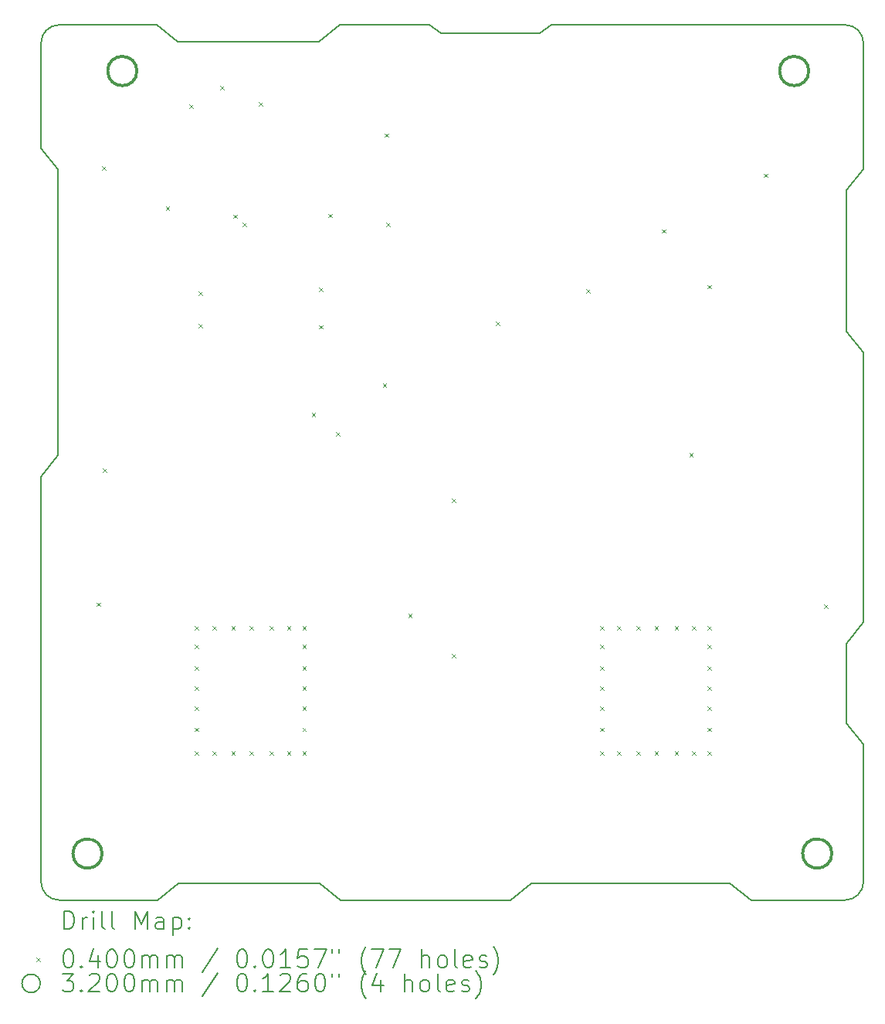
<source format=gbr>
%TF.GenerationSoftware,KiCad,Pcbnew,7.0.8*%
%TF.CreationDate,2024-04-09T22:45:55-07:00*%
%TF.ProjectId,MPPT_addon_board,4d505054-5f61-4646-946f-6e5f626f6172,rev?*%
%TF.SameCoordinates,Original*%
%TF.FileFunction,Drillmap*%
%TF.FilePolarity,Positive*%
%FSLAX45Y45*%
G04 Gerber Fmt 4.5, Leading zero omitted, Abs format (unit mm)*
G04 Created by KiCad (PCBNEW 7.0.8) date 2024-04-09 22:45:55*
%MOMM*%
%LPD*%
G01*
G04 APERTURE LIST*
%ADD10C,0.150000*%
%ADD11C,0.200000*%
%ADD12C,0.040000*%
%ADD13C,0.320000*%
G04 APERTURE END LIST*
D10*
X18849365Y-5450695D02*
X18850635Y-6829305D01*
X15209935Y-14652505D02*
X14976255Y-14840465D01*
X18662675Y-7062985D02*
X18662675Y-8607305D01*
X18849365Y-5450695D02*
G75*
G03*
X18649365Y-5250695I-199995J5D01*
G01*
X12886715Y-14652505D02*
X13120395Y-14840465D01*
X14091865Y-5250695D02*
X13110595Y-5248785D01*
X18850635Y-13133585D02*
X18849365Y-14639195D01*
X18649365Y-5250695D02*
X15426365Y-5251695D01*
X11098915Y-5250805D02*
X10032365Y-5250695D01*
X18662675Y-12031225D02*
X18662675Y-12899905D01*
X14219865Y-5340595D02*
X14091865Y-5250695D01*
X17383145Y-14652505D02*
X17618755Y-14839195D01*
X18662675Y-8607305D02*
X18850635Y-8840985D01*
X9832775Y-10202625D02*
X9832365Y-14639195D01*
X9832365Y-5450695D02*
X9831775Y-6600105D01*
X18662675Y-7062985D02*
X18850635Y-6829305D01*
X11342395Y-14652505D02*
X11108715Y-14840465D01*
X11332595Y-5438765D02*
X12876915Y-5438765D01*
X18662675Y-12899905D02*
X18850635Y-13133585D01*
X12876915Y-5438765D02*
X13110595Y-5248785D01*
X10021755Y-6833785D02*
X9831775Y-6600105D01*
X15426365Y-5251695D02*
X15299365Y-5340595D01*
X11332595Y-5438765D02*
X11098915Y-5250805D01*
X10032365Y-5250695D02*
G75*
G03*
X9832365Y-5450695I-5J-199995D01*
G01*
X10020735Y-9968945D02*
X10021755Y-6833785D01*
X13120395Y-14840465D02*
X14976255Y-14840465D01*
X18850635Y-8840985D02*
X18850635Y-11797545D01*
X18662675Y-12031225D02*
X18850635Y-11797545D01*
X15299365Y-5340595D02*
X14219865Y-5340595D01*
X9832365Y-14639195D02*
G75*
G03*
X10032365Y-14839195I199995J-5D01*
G01*
X12886715Y-14652505D02*
X11342395Y-14652505D01*
X11108715Y-14840465D02*
X10032365Y-14839195D01*
X18649365Y-14839195D02*
X17618755Y-14839195D01*
X17383145Y-14652505D02*
X15209935Y-14652505D01*
X10020735Y-9968945D02*
X9832775Y-10202625D01*
X18649365Y-14839195D02*
G75*
G03*
X18849365Y-14639195I5J199995D01*
G01*
D11*
D12*
X10440000Y-11580000D02*
X10480000Y-11620000D01*
X10480000Y-11580000D02*
X10440000Y-11620000D01*
X10500000Y-6800000D02*
X10540000Y-6840000D01*
X10540000Y-6800000D02*
X10500000Y-6840000D01*
X10510000Y-10110000D02*
X10550000Y-10150000D01*
X10550000Y-10110000D02*
X10510000Y-10150000D01*
X11200000Y-7240000D02*
X11240000Y-7280000D01*
X11240000Y-7240000D02*
X11200000Y-7280000D01*
X11460000Y-6120000D02*
X11500000Y-6160000D01*
X11500000Y-6120000D02*
X11460000Y-6160000D01*
X11520000Y-11840000D02*
X11560000Y-11880000D01*
X11560000Y-11840000D02*
X11520000Y-11880000D01*
X11520000Y-12040000D02*
X11560000Y-12080000D01*
X11560000Y-12040000D02*
X11520000Y-12080000D01*
X11520000Y-12280000D02*
X11560000Y-12320000D01*
X11560000Y-12280000D02*
X11520000Y-12320000D01*
X11520000Y-12500000D02*
X11560000Y-12540000D01*
X11560000Y-12500000D02*
X11520000Y-12540000D01*
X11520000Y-12720000D02*
X11560000Y-12760000D01*
X11560000Y-12720000D02*
X11520000Y-12760000D01*
X11520000Y-12950000D02*
X11560000Y-12990000D01*
X11560000Y-12950000D02*
X11520000Y-12990000D01*
X11520000Y-13210000D02*
X11560000Y-13250000D01*
X11560000Y-13210000D02*
X11520000Y-13250000D01*
X11560000Y-8170000D02*
X11600000Y-8210000D01*
X11600000Y-8170000D02*
X11560000Y-8210000D01*
X11560000Y-8530000D02*
X11600000Y-8570000D01*
X11600000Y-8530000D02*
X11560000Y-8570000D01*
X11710000Y-11840000D02*
X11750000Y-11880000D01*
X11750000Y-11840000D02*
X11710000Y-11880000D01*
X11710000Y-13210000D02*
X11750000Y-13250000D01*
X11750000Y-13210000D02*
X11710000Y-13250000D01*
X11800000Y-5920000D02*
X11840000Y-5960000D01*
X11840000Y-5920000D02*
X11800000Y-5960000D01*
X11920000Y-11840000D02*
X11960000Y-11880000D01*
X11960000Y-11840000D02*
X11920000Y-11880000D01*
X11920000Y-13210000D02*
X11960000Y-13250000D01*
X11960000Y-13210000D02*
X11920000Y-13250000D01*
X11940000Y-7330050D02*
X11980000Y-7370050D01*
X11980000Y-7330050D02*
X11940000Y-7370050D01*
X12045000Y-7420000D02*
X12085000Y-7460000D01*
X12085000Y-7420000D02*
X12045000Y-7460000D01*
X12120000Y-11840000D02*
X12160000Y-11880000D01*
X12160000Y-11840000D02*
X12120000Y-11880000D01*
X12120000Y-13210000D02*
X12160000Y-13250000D01*
X12160000Y-13210000D02*
X12120000Y-13250000D01*
X12220000Y-6100000D02*
X12260000Y-6140000D01*
X12260000Y-6100000D02*
X12220000Y-6140000D01*
X12340000Y-11840000D02*
X12380000Y-11880000D01*
X12380000Y-11840000D02*
X12340000Y-11880000D01*
X12340000Y-13210000D02*
X12380000Y-13250000D01*
X12380000Y-13210000D02*
X12340000Y-13250000D01*
X12530000Y-11840000D02*
X12570000Y-11880000D01*
X12570000Y-11840000D02*
X12530000Y-11880000D01*
X12530000Y-13210000D02*
X12570000Y-13250000D01*
X12570000Y-13210000D02*
X12530000Y-13250000D01*
X12700000Y-11840000D02*
X12740000Y-11880000D01*
X12740000Y-11840000D02*
X12700000Y-11880000D01*
X12700000Y-12040000D02*
X12740000Y-12080000D01*
X12740000Y-12040000D02*
X12700000Y-12080000D01*
X12700000Y-12280000D02*
X12740000Y-12320000D01*
X12740000Y-12280000D02*
X12700000Y-12320000D01*
X12700000Y-12500000D02*
X12740000Y-12540000D01*
X12740000Y-12500000D02*
X12700000Y-12540000D01*
X12700000Y-12720000D02*
X12740000Y-12760000D01*
X12740000Y-12720000D02*
X12700000Y-12760000D01*
X12700000Y-12950000D02*
X12740000Y-12990000D01*
X12740000Y-12950000D02*
X12700000Y-12990000D01*
X12700000Y-13210000D02*
X12740000Y-13250000D01*
X12740000Y-13210000D02*
X12700000Y-13250000D01*
X12800000Y-9500000D02*
X12840000Y-9540000D01*
X12840000Y-9500000D02*
X12800000Y-9540000D01*
X12880000Y-8130000D02*
X12920000Y-8170000D01*
X12920000Y-8130000D02*
X12880000Y-8170000D01*
X12880000Y-8540000D02*
X12920000Y-8580000D01*
X12920000Y-8540000D02*
X12880000Y-8580000D01*
X12980000Y-7320000D02*
X13020000Y-7360000D01*
X13020000Y-7320000D02*
X12980000Y-7360000D01*
X13070000Y-9710000D02*
X13110000Y-9750000D01*
X13110000Y-9710000D02*
X13070000Y-9750000D01*
X13580000Y-9180000D02*
X13620000Y-9220000D01*
X13620000Y-9180000D02*
X13580000Y-9220000D01*
X13600000Y-6440000D02*
X13640000Y-6480000D01*
X13640000Y-6440000D02*
X13600000Y-6480000D01*
X13620000Y-7420000D02*
X13660000Y-7460000D01*
X13660000Y-7420000D02*
X13620000Y-7460000D01*
X13860000Y-11700000D02*
X13900000Y-11740000D01*
X13900000Y-11700000D02*
X13860000Y-11740000D01*
X14340000Y-10440000D02*
X14380000Y-10480000D01*
X14380000Y-10440000D02*
X14340000Y-10480000D01*
X14340000Y-12140000D02*
X14380000Y-12180000D01*
X14380000Y-12140000D02*
X14340000Y-12180000D01*
X14820000Y-8500000D02*
X14860000Y-8540000D01*
X14860000Y-8500000D02*
X14820000Y-8540000D01*
X15807500Y-8147500D02*
X15847500Y-8187500D01*
X15847500Y-8147500D02*
X15807500Y-8187500D01*
X15960000Y-11840000D02*
X16000000Y-11880000D01*
X16000000Y-11840000D02*
X15960000Y-11880000D01*
X15960000Y-12040000D02*
X16000000Y-12080000D01*
X16000000Y-12040000D02*
X15960000Y-12080000D01*
X15960000Y-12280000D02*
X16000000Y-12320000D01*
X16000000Y-12280000D02*
X15960000Y-12320000D01*
X15960000Y-12500000D02*
X16000000Y-12540000D01*
X16000000Y-12500000D02*
X15960000Y-12540000D01*
X15960000Y-12720000D02*
X16000000Y-12760000D01*
X16000000Y-12720000D02*
X15960000Y-12760000D01*
X15960000Y-12950000D02*
X16000000Y-12990000D01*
X16000000Y-12950000D02*
X15960000Y-12990000D01*
X15960000Y-13210000D02*
X16000000Y-13250000D01*
X16000000Y-13210000D02*
X15960000Y-13250000D01*
X16150000Y-11840000D02*
X16190000Y-11880000D01*
X16190000Y-11840000D02*
X16150000Y-11880000D01*
X16150000Y-13210000D02*
X16190000Y-13250000D01*
X16190000Y-13210000D02*
X16150000Y-13250000D01*
X16360000Y-11840000D02*
X16400000Y-11880000D01*
X16400000Y-11840000D02*
X16360000Y-11880000D01*
X16360000Y-13210000D02*
X16400000Y-13250000D01*
X16400000Y-13210000D02*
X16360000Y-13250000D01*
X16560000Y-11840000D02*
X16600000Y-11880000D01*
X16600000Y-11840000D02*
X16560000Y-11880000D01*
X16560000Y-13210000D02*
X16600000Y-13250000D01*
X16600000Y-13210000D02*
X16560000Y-13250000D01*
X16640000Y-7490000D02*
X16680000Y-7530000D01*
X16680000Y-7490000D02*
X16640000Y-7530000D01*
X16780000Y-11840000D02*
X16820000Y-11880000D01*
X16820000Y-11840000D02*
X16780000Y-11880000D01*
X16780000Y-13210000D02*
X16820000Y-13250000D01*
X16820000Y-13210000D02*
X16780000Y-13250000D01*
X16940000Y-9940000D02*
X16980000Y-9980000D01*
X16980000Y-9940000D02*
X16940000Y-9980000D01*
X16970000Y-11840000D02*
X17010000Y-11880000D01*
X17010000Y-11840000D02*
X16970000Y-11880000D01*
X16970000Y-13210000D02*
X17010000Y-13250000D01*
X17010000Y-13210000D02*
X16970000Y-13250000D01*
X17140000Y-8100000D02*
X17180000Y-8140000D01*
X17180000Y-8100000D02*
X17140000Y-8140000D01*
X17140000Y-11840000D02*
X17180000Y-11880000D01*
X17180000Y-11840000D02*
X17140000Y-11880000D01*
X17140000Y-12040000D02*
X17180000Y-12080000D01*
X17180000Y-12040000D02*
X17140000Y-12080000D01*
X17140000Y-12280000D02*
X17180000Y-12320000D01*
X17180000Y-12280000D02*
X17140000Y-12320000D01*
X17140000Y-12500000D02*
X17180000Y-12540000D01*
X17180000Y-12500000D02*
X17140000Y-12540000D01*
X17140000Y-12720000D02*
X17180000Y-12760000D01*
X17180000Y-12720000D02*
X17140000Y-12760000D01*
X17140000Y-12950000D02*
X17180000Y-12990000D01*
X17180000Y-12950000D02*
X17140000Y-12990000D01*
X17140000Y-13210000D02*
X17180000Y-13250000D01*
X17180000Y-13210000D02*
X17140000Y-13250000D01*
X17760000Y-6880000D02*
X17800000Y-6920000D01*
X17800000Y-6880000D02*
X17760000Y-6920000D01*
X18420000Y-11600000D02*
X18460000Y-11640000D01*
X18460000Y-11600000D02*
X18420000Y-11640000D01*
D13*
X10502610Y-14329410D02*
G75*
G03*
X10502610Y-14329410I-160000J0D01*
G01*
X10883610Y-5756410D02*
G75*
G03*
X10883610Y-5756410I-160000J0D01*
G01*
X18249610Y-5756410D02*
G75*
G03*
X18249610Y-5756410I-160000J0D01*
G01*
X18502610Y-14329410D02*
G75*
G03*
X18502610Y-14329410I-160000J0D01*
G01*
D11*
X10085052Y-15159449D02*
X10085052Y-14959449D01*
X10085052Y-14959449D02*
X10132671Y-14959449D01*
X10132671Y-14959449D02*
X10161242Y-14968973D01*
X10161242Y-14968973D02*
X10180290Y-14988020D01*
X10180290Y-14988020D02*
X10189814Y-15007068D01*
X10189814Y-15007068D02*
X10199338Y-15045163D01*
X10199338Y-15045163D02*
X10199338Y-15073734D01*
X10199338Y-15073734D02*
X10189814Y-15111830D01*
X10189814Y-15111830D02*
X10180290Y-15130877D01*
X10180290Y-15130877D02*
X10161242Y-15149925D01*
X10161242Y-15149925D02*
X10132671Y-15159449D01*
X10132671Y-15159449D02*
X10085052Y-15159449D01*
X10285052Y-15159449D02*
X10285052Y-15026115D01*
X10285052Y-15064211D02*
X10294576Y-15045163D01*
X10294576Y-15045163D02*
X10304099Y-15035639D01*
X10304099Y-15035639D02*
X10323147Y-15026115D01*
X10323147Y-15026115D02*
X10342195Y-15026115D01*
X10408861Y-15159449D02*
X10408861Y-15026115D01*
X10408861Y-14959449D02*
X10399338Y-14968973D01*
X10399338Y-14968973D02*
X10408861Y-14978496D01*
X10408861Y-14978496D02*
X10418385Y-14968973D01*
X10418385Y-14968973D02*
X10408861Y-14959449D01*
X10408861Y-14959449D02*
X10408861Y-14978496D01*
X10532671Y-15159449D02*
X10513623Y-15149925D01*
X10513623Y-15149925D02*
X10504099Y-15130877D01*
X10504099Y-15130877D02*
X10504099Y-14959449D01*
X10637433Y-15159449D02*
X10618385Y-15149925D01*
X10618385Y-15149925D02*
X10608861Y-15130877D01*
X10608861Y-15130877D02*
X10608861Y-14959449D01*
X10866004Y-15159449D02*
X10866004Y-14959449D01*
X10866004Y-14959449D02*
X10932671Y-15102306D01*
X10932671Y-15102306D02*
X10999338Y-14959449D01*
X10999338Y-14959449D02*
X10999338Y-15159449D01*
X11180290Y-15159449D02*
X11180290Y-15054687D01*
X11180290Y-15054687D02*
X11170766Y-15035639D01*
X11170766Y-15035639D02*
X11151719Y-15026115D01*
X11151719Y-15026115D02*
X11113623Y-15026115D01*
X11113623Y-15026115D02*
X11094576Y-15035639D01*
X11180290Y-15149925D02*
X11161242Y-15159449D01*
X11161242Y-15159449D02*
X11113623Y-15159449D01*
X11113623Y-15159449D02*
X11094576Y-15149925D01*
X11094576Y-15149925D02*
X11085052Y-15130877D01*
X11085052Y-15130877D02*
X11085052Y-15111830D01*
X11085052Y-15111830D02*
X11094576Y-15092782D01*
X11094576Y-15092782D02*
X11113623Y-15083258D01*
X11113623Y-15083258D02*
X11161242Y-15083258D01*
X11161242Y-15083258D02*
X11180290Y-15073734D01*
X11275528Y-15026115D02*
X11275528Y-15226115D01*
X11275528Y-15035639D02*
X11294576Y-15026115D01*
X11294576Y-15026115D02*
X11332671Y-15026115D01*
X11332671Y-15026115D02*
X11351718Y-15035639D01*
X11351718Y-15035639D02*
X11361242Y-15045163D01*
X11361242Y-15045163D02*
X11370766Y-15064211D01*
X11370766Y-15064211D02*
X11370766Y-15121353D01*
X11370766Y-15121353D02*
X11361242Y-15140401D01*
X11361242Y-15140401D02*
X11351718Y-15149925D01*
X11351718Y-15149925D02*
X11332671Y-15159449D01*
X11332671Y-15159449D02*
X11294576Y-15159449D01*
X11294576Y-15159449D02*
X11275528Y-15149925D01*
X11456480Y-15140401D02*
X11466004Y-15149925D01*
X11466004Y-15149925D02*
X11456480Y-15159449D01*
X11456480Y-15159449D02*
X11446957Y-15149925D01*
X11446957Y-15149925D02*
X11456480Y-15140401D01*
X11456480Y-15140401D02*
X11456480Y-15159449D01*
X11456480Y-15035639D02*
X11466004Y-15045163D01*
X11466004Y-15045163D02*
X11456480Y-15054687D01*
X11456480Y-15054687D02*
X11446957Y-15045163D01*
X11446957Y-15045163D02*
X11456480Y-15035639D01*
X11456480Y-15035639D02*
X11456480Y-15054687D01*
D12*
X9784275Y-15467965D02*
X9824275Y-15507965D01*
X9824275Y-15467965D02*
X9784275Y-15507965D01*
D11*
X10123147Y-15379449D02*
X10142195Y-15379449D01*
X10142195Y-15379449D02*
X10161242Y-15388973D01*
X10161242Y-15388973D02*
X10170766Y-15398496D01*
X10170766Y-15398496D02*
X10180290Y-15417544D01*
X10180290Y-15417544D02*
X10189814Y-15455639D01*
X10189814Y-15455639D02*
X10189814Y-15503258D01*
X10189814Y-15503258D02*
X10180290Y-15541353D01*
X10180290Y-15541353D02*
X10170766Y-15560401D01*
X10170766Y-15560401D02*
X10161242Y-15569925D01*
X10161242Y-15569925D02*
X10142195Y-15579449D01*
X10142195Y-15579449D02*
X10123147Y-15579449D01*
X10123147Y-15579449D02*
X10104099Y-15569925D01*
X10104099Y-15569925D02*
X10094576Y-15560401D01*
X10094576Y-15560401D02*
X10085052Y-15541353D01*
X10085052Y-15541353D02*
X10075528Y-15503258D01*
X10075528Y-15503258D02*
X10075528Y-15455639D01*
X10075528Y-15455639D02*
X10085052Y-15417544D01*
X10085052Y-15417544D02*
X10094576Y-15398496D01*
X10094576Y-15398496D02*
X10104099Y-15388973D01*
X10104099Y-15388973D02*
X10123147Y-15379449D01*
X10275528Y-15560401D02*
X10285052Y-15569925D01*
X10285052Y-15569925D02*
X10275528Y-15579449D01*
X10275528Y-15579449D02*
X10266004Y-15569925D01*
X10266004Y-15569925D02*
X10275528Y-15560401D01*
X10275528Y-15560401D02*
X10275528Y-15579449D01*
X10456480Y-15446115D02*
X10456480Y-15579449D01*
X10408861Y-15369925D02*
X10361242Y-15512782D01*
X10361242Y-15512782D02*
X10485052Y-15512782D01*
X10599338Y-15379449D02*
X10618385Y-15379449D01*
X10618385Y-15379449D02*
X10637433Y-15388973D01*
X10637433Y-15388973D02*
X10646957Y-15398496D01*
X10646957Y-15398496D02*
X10656480Y-15417544D01*
X10656480Y-15417544D02*
X10666004Y-15455639D01*
X10666004Y-15455639D02*
X10666004Y-15503258D01*
X10666004Y-15503258D02*
X10656480Y-15541353D01*
X10656480Y-15541353D02*
X10646957Y-15560401D01*
X10646957Y-15560401D02*
X10637433Y-15569925D01*
X10637433Y-15569925D02*
X10618385Y-15579449D01*
X10618385Y-15579449D02*
X10599338Y-15579449D01*
X10599338Y-15579449D02*
X10580290Y-15569925D01*
X10580290Y-15569925D02*
X10570766Y-15560401D01*
X10570766Y-15560401D02*
X10561242Y-15541353D01*
X10561242Y-15541353D02*
X10551719Y-15503258D01*
X10551719Y-15503258D02*
X10551719Y-15455639D01*
X10551719Y-15455639D02*
X10561242Y-15417544D01*
X10561242Y-15417544D02*
X10570766Y-15398496D01*
X10570766Y-15398496D02*
X10580290Y-15388973D01*
X10580290Y-15388973D02*
X10599338Y-15379449D01*
X10789814Y-15379449D02*
X10808861Y-15379449D01*
X10808861Y-15379449D02*
X10827909Y-15388973D01*
X10827909Y-15388973D02*
X10837433Y-15398496D01*
X10837433Y-15398496D02*
X10846957Y-15417544D01*
X10846957Y-15417544D02*
X10856480Y-15455639D01*
X10856480Y-15455639D02*
X10856480Y-15503258D01*
X10856480Y-15503258D02*
X10846957Y-15541353D01*
X10846957Y-15541353D02*
X10837433Y-15560401D01*
X10837433Y-15560401D02*
X10827909Y-15569925D01*
X10827909Y-15569925D02*
X10808861Y-15579449D01*
X10808861Y-15579449D02*
X10789814Y-15579449D01*
X10789814Y-15579449D02*
X10770766Y-15569925D01*
X10770766Y-15569925D02*
X10761242Y-15560401D01*
X10761242Y-15560401D02*
X10751719Y-15541353D01*
X10751719Y-15541353D02*
X10742195Y-15503258D01*
X10742195Y-15503258D02*
X10742195Y-15455639D01*
X10742195Y-15455639D02*
X10751719Y-15417544D01*
X10751719Y-15417544D02*
X10761242Y-15398496D01*
X10761242Y-15398496D02*
X10770766Y-15388973D01*
X10770766Y-15388973D02*
X10789814Y-15379449D01*
X10942195Y-15579449D02*
X10942195Y-15446115D01*
X10942195Y-15465163D02*
X10951719Y-15455639D01*
X10951719Y-15455639D02*
X10970766Y-15446115D01*
X10970766Y-15446115D02*
X10999338Y-15446115D01*
X10999338Y-15446115D02*
X11018385Y-15455639D01*
X11018385Y-15455639D02*
X11027909Y-15474687D01*
X11027909Y-15474687D02*
X11027909Y-15579449D01*
X11027909Y-15474687D02*
X11037433Y-15455639D01*
X11037433Y-15455639D02*
X11056480Y-15446115D01*
X11056480Y-15446115D02*
X11085052Y-15446115D01*
X11085052Y-15446115D02*
X11104100Y-15455639D01*
X11104100Y-15455639D02*
X11113623Y-15474687D01*
X11113623Y-15474687D02*
X11113623Y-15579449D01*
X11208861Y-15579449D02*
X11208861Y-15446115D01*
X11208861Y-15465163D02*
X11218385Y-15455639D01*
X11218385Y-15455639D02*
X11237433Y-15446115D01*
X11237433Y-15446115D02*
X11266004Y-15446115D01*
X11266004Y-15446115D02*
X11285052Y-15455639D01*
X11285052Y-15455639D02*
X11294576Y-15474687D01*
X11294576Y-15474687D02*
X11294576Y-15579449D01*
X11294576Y-15474687D02*
X11304099Y-15455639D01*
X11304099Y-15455639D02*
X11323147Y-15446115D01*
X11323147Y-15446115D02*
X11351718Y-15446115D01*
X11351718Y-15446115D02*
X11370766Y-15455639D01*
X11370766Y-15455639D02*
X11380290Y-15474687D01*
X11380290Y-15474687D02*
X11380290Y-15579449D01*
X11770766Y-15369925D02*
X11599338Y-15627068D01*
X12027909Y-15379449D02*
X12046957Y-15379449D01*
X12046957Y-15379449D02*
X12066004Y-15388973D01*
X12066004Y-15388973D02*
X12075528Y-15398496D01*
X12075528Y-15398496D02*
X12085052Y-15417544D01*
X12085052Y-15417544D02*
X12094576Y-15455639D01*
X12094576Y-15455639D02*
X12094576Y-15503258D01*
X12094576Y-15503258D02*
X12085052Y-15541353D01*
X12085052Y-15541353D02*
X12075528Y-15560401D01*
X12075528Y-15560401D02*
X12066004Y-15569925D01*
X12066004Y-15569925D02*
X12046957Y-15579449D01*
X12046957Y-15579449D02*
X12027909Y-15579449D01*
X12027909Y-15579449D02*
X12008861Y-15569925D01*
X12008861Y-15569925D02*
X11999338Y-15560401D01*
X11999338Y-15560401D02*
X11989814Y-15541353D01*
X11989814Y-15541353D02*
X11980290Y-15503258D01*
X11980290Y-15503258D02*
X11980290Y-15455639D01*
X11980290Y-15455639D02*
X11989814Y-15417544D01*
X11989814Y-15417544D02*
X11999338Y-15398496D01*
X11999338Y-15398496D02*
X12008861Y-15388973D01*
X12008861Y-15388973D02*
X12027909Y-15379449D01*
X12180290Y-15560401D02*
X12189814Y-15569925D01*
X12189814Y-15569925D02*
X12180290Y-15579449D01*
X12180290Y-15579449D02*
X12170766Y-15569925D01*
X12170766Y-15569925D02*
X12180290Y-15560401D01*
X12180290Y-15560401D02*
X12180290Y-15579449D01*
X12313623Y-15379449D02*
X12332671Y-15379449D01*
X12332671Y-15379449D02*
X12351719Y-15388973D01*
X12351719Y-15388973D02*
X12361242Y-15398496D01*
X12361242Y-15398496D02*
X12370766Y-15417544D01*
X12370766Y-15417544D02*
X12380290Y-15455639D01*
X12380290Y-15455639D02*
X12380290Y-15503258D01*
X12380290Y-15503258D02*
X12370766Y-15541353D01*
X12370766Y-15541353D02*
X12361242Y-15560401D01*
X12361242Y-15560401D02*
X12351719Y-15569925D01*
X12351719Y-15569925D02*
X12332671Y-15579449D01*
X12332671Y-15579449D02*
X12313623Y-15579449D01*
X12313623Y-15579449D02*
X12294576Y-15569925D01*
X12294576Y-15569925D02*
X12285052Y-15560401D01*
X12285052Y-15560401D02*
X12275528Y-15541353D01*
X12275528Y-15541353D02*
X12266004Y-15503258D01*
X12266004Y-15503258D02*
X12266004Y-15455639D01*
X12266004Y-15455639D02*
X12275528Y-15417544D01*
X12275528Y-15417544D02*
X12285052Y-15398496D01*
X12285052Y-15398496D02*
X12294576Y-15388973D01*
X12294576Y-15388973D02*
X12313623Y-15379449D01*
X12570766Y-15579449D02*
X12456481Y-15579449D01*
X12513623Y-15579449D02*
X12513623Y-15379449D01*
X12513623Y-15379449D02*
X12494576Y-15408020D01*
X12494576Y-15408020D02*
X12475528Y-15427068D01*
X12475528Y-15427068D02*
X12456481Y-15436592D01*
X12751719Y-15379449D02*
X12656481Y-15379449D01*
X12656481Y-15379449D02*
X12646957Y-15474687D01*
X12646957Y-15474687D02*
X12656481Y-15465163D01*
X12656481Y-15465163D02*
X12675528Y-15455639D01*
X12675528Y-15455639D02*
X12723147Y-15455639D01*
X12723147Y-15455639D02*
X12742195Y-15465163D01*
X12742195Y-15465163D02*
X12751719Y-15474687D01*
X12751719Y-15474687D02*
X12761242Y-15493734D01*
X12761242Y-15493734D02*
X12761242Y-15541353D01*
X12761242Y-15541353D02*
X12751719Y-15560401D01*
X12751719Y-15560401D02*
X12742195Y-15569925D01*
X12742195Y-15569925D02*
X12723147Y-15579449D01*
X12723147Y-15579449D02*
X12675528Y-15579449D01*
X12675528Y-15579449D02*
X12656481Y-15569925D01*
X12656481Y-15569925D02*
X12646957Y-15560401D01*
X12827909Y-15379449D02*
X12961242Y-15379449D01*
X12961242Y-15379449D02*
X12875528Y-15579449D01*
X13027909Y-15379449D02*
X13027909Y-15417544D01*
X13104100Y-15379449D02*
X13104100Y-15417544D01*
X13399338Y-15655639D02*
X13389814Y-15646115D01*
X13389814Y-15646115D02*
X13370766Y-15617544D01*
X13370766Y-15617544D02*
X13361243Y-15598496D01*
X13361243Y-15598496D02*
X13351719Y-15569925D01*
X13351719Y-15569925D02*
X13342195Y-15522306D01*
X13342195Y-15522306D02*
X13342195Y-15484211D01*
X13342195Y-15484211D02*
X13351719Y-15436592D01*
X13351719Y-15436592D02*
X13361243Y-15408020D01*
X13361243Y-15408020D02*
X13370766Y-15388973D01*
X13370766Y-15388973D02*
X13389814Y-15360401D01*
X13389814Y-15360401D02*
X13399338Y-15350877D01*
X13456481Y-15379449D02*
X13589814Y-15379449D01*
X13589814Y-15379449D02*
X13504100Y-15579449D01*
X13646957Y-15379449D02*
X13780290Y-15379449D01*
X13780290Y-15379449D02*
X13694576Y-15579449D01*
X14008862Y-15579449D02*
X14008862Y-15379449D01*
X14094576Y-15579449D02*
X14094576Y-15474687D01*
X14094576Y-15474687D02*
X14085052Y-15455639D01*
X14085052Y-15455639D02*
X14066005Y-15446115D01*
X14066005Y-15446115D02*
X14037433Y-15446115D01*
X14037433Y-15446115D02*
X14018385Y-15455639D01*
X14018385Y-15455639D02*
X14008862Y-15465163D01*
X14218385Y-15579449D02*
X14199338Y-15569925D01*
X14199338Y-15569925D02*
X14189814Y-15560401D01*
X14189814Y-15560401D02*
X14180290Y-15541353D01*
X14180290Y-15541353D02*
X14180290Y-15484211D01*
X14180290Y-15484211D02*
X14189814Y-15465163D01*
X14189814Y-15465163D02*
X14199338Y-15455639D01*
X14199338Y-15455639D02*
X14218385Y-15446115D01*
X14218385Y-15446115D02*
X14246957Y-15446115D01*
X14246957Y-15446115D02*
X14266005Y-15455639D01*
X14266005Y-15455639D02*
X14275528Y-15465163D01*
X14275528Y-15465163D02*
X14285052Y-15484211D01*
X14285052Y-15484211D02*
X14285052Y-15541353D01*
X14285052Y-15541353D02*
X14275528Y-15560401D01*
X14275528Y-15560401D02*
X14266005Y-15569925D01*
X14266005Y-15569925D02*
X14246957Y-15579449D01*
X14246957Y-15579449D02*
X14218385Y-15579449D01*
X14399338Y-15579449D02*
X14380290Y-15569925D01*
X14380290Y-15569925D02*
X14370766Y-15550877D01*
X14370766Y-15550877D02*
X14370766Y-15379449D01*
X14551719Y-15569925D02*
X14532671Y-15579449D01*
X14532671Y-15579449D02*
X14494576Y-15579449D01*
X14494576Y-15579449D02*
X14475528Y-15569925D01*
X14475528Y-15569925D02*
X14466005Y-15550877D01*
X14466005Y-15550877D02*
X14466005Y-15474687D01*
X14466005Y-15474687D02*
X14475528Y-15455639D01*
X14475528Y-15455639D02*
X14494576Y-15446115D01*
X14494576Y-15446115D02*
X14532671Y-15446115D01*
X14532671Y-15446115D02*
X14551719Y-15455639D01*
X14551719Y-15455639D02*
X14561243Y-15474687D01*
X14561243Y-15474687D02*
X14561243Y-15493734D01*
X14561243Y-15493734D02*
X14466005Y-15512782D01*
X14637433Y-15569925D02*
X14656481Y-15579449D01*
X14656481Y-15579449D02*
X14694576Y-15579449D01*
X14694576Y-15579449D02*
X14713624Y-15569925D01*
X14713624Y-15569925D02*
X14723147Y-15550877D01*
X14723147Y-15550877D02*
X14723147Y-15541353D01*
X14723147Y-15541353D02*
X14713624Y-15522306D01*
X14713624Y-15522306D02*
X14694576Y-15512782D01*
X14694576Y-15512782D02*
X14666005Y-15512782D01*
X14666005Y-15512782D02*
X14646957Y-15503258D01*
X14646957Y-15503258D02*
X14637433Y-15484211D01*
X14637433Y-15484211D02*
X14637433Y-15474687D01*
X14637433Y-15474687D02*
X14646957Y-15455639D01*
X14646957Y-15455639D02*
X14666005Y-15446115D01*
X14666005Y-15446115D02*
X14694576Y-15446115D01*
X14694576Y-15446115D02*
X14713624Y-15455639D01*
X14789814Y-15655639D02*
X14799338Y-15646115D01*
X14799338Y-15646115D02*
X14818386Y-15617544D01*
X14818386Y-15617544D02*
X14827909Y-15598496D01*
X14827909Y-15598496D02*
X14837433Y-15569925D01*
X14837433Y-15569925D02*
X14846957Y-15522306D01*
X14846957Y-15522306D02*
X14846957Y-15484211D01*
X14846957Y-15484211D02*
X14837433Y-15436592D01*
X14837433Y-15436592D02*
X14827909Y-15408020D01*
X14827909Y-15408020D02*
X14818386Y-15388973D01*
X14818386Y-15388973D02*
X14799338Y-15360401D01*
X14799338Y-15360401D02*
X14789814Y-15350877D01*
X9824275Y-15751965D02*
G75*
G03*
X9824275Y-15751965I-100000J0D01*
G01*
X10066004Y-15643449D02*
X10189814Y-15643449D01*
X10189814Y-15643449D02*
X10123147Y-15719639D01*
X10123147Y-15719639D02*
X10151719Y-15719639D01*
X10151719Y-15719639D02*
X10170766Y-15729163D01*
X10170766Y-15729163D02*
X10180290Y-15738687D01*
X10180290Y-15738687D02*
X10189814Y-15757734D01*
X10189814Y-15757734D02*
X10189814Y-15805353D01*
X10189814Y-15805353D02*
X10180290Y-15824401D01*
X10180290Y-15824401D02*
X10170766Y-15833925D01*
X10170766Y-15833925D02*
X10151719Y-15843449D01*
X10151719Y-15843449D02*
X10094576Y-15843449D01*
X10094576Y-15843449D02*
X10075528Y-15833925D01*
X10075528Y-15833925D02*
X10066004Y-15824401D01*
X10275528Y-15824401D02*
X10285052Y-15833925D01*
X10285052Y-15833925D02*
X10275528Y-15843449D01*
X10275528Y-15843449D02*
X10266004Y-15833925D01*
X10266004Y-15833925D02*
X10275528Y-15824401D01*
X10275528Y-15824401D02*
X10275528Y-15843449D01*
X10361242Y-15662496D02*
X10370766Y-15652973D01*
X10370766Y-15652973D02*
X10389814Y-15643449D01*
X10389814Y-15643449D02*
X10437433Y-15643449D01*
X10437433Y-15643449D02*
X10456480Y-15652973D01*
X10456480Y-15652973D02*
X10466004Y-15662496D01*
X10466004Y-15662496D02*
X10475528Y-15681544D01*
X10475528Y-15681544D02*
X10475528Y-15700592D01*
X10475528Y-15700592D02*
X10466004Y-15729163D01*
X10466004Y-15729163D02*
X10351719Y-15843449D01*
X10351719Y-15843449D02*
X10475528Y-15843449D01*
X10599338Y-15643449D02*
X10618385Y-15643449D01*
X10618385Y-15643449D02*
X10637433Y-15652973D01*
X10637433Y-15652973D02*
X10646957Y-15662496D01*
X10646957Y-15662496D02*
X10656480Y-15681544D01*
X10656480Y-15681544D02*
X10666004Y-15719639D01*
X10666004Y-15719639D02*
X10666004Y-15767258D01*
X10666004Y-15767258D02*
X10656480Y-15805353D01*
X10656480Y-15805353D02*
X10646957Y-15824401D01*
X10646957Y-15824401D02*
X10637433Y-15833925D01*
X10637433Y-15833925D02*
X10618385Y-15843449D01*
X10618385Y-15843449D02*
X10599338Y-15843449D01*
X10599338Y-15843449D02*
X10580290Y-15833925D01*
X10580290Y-15833925D02*
X10570766Y-15824401D01*
X10570766Y-15824401D02*
X10561242Y-15805353D01*
X10561242Y-15805353D02*
X10551719Y-15767258D01*
X10551719Y-15767258D02*
X10551719Y-15719639D01*
X10551719Y-15719639D02*
X10561242Y-15681544D01*
X10561242Y-15681544D02*
X10570766Y-15662496D01*
X10570766Y-15662496D02*
X10580290Y-15652973D01*
X10580290Y-15652973D02*
X10599338Y-15643449D01*
X10789814Y-15643449D02*
X10808861Y-15643449D01*
X10808861Y-15643449D02*
X10827909Y-15652973D01*
X10827909Y-15652973D02*
X10837433Y-15662496D01*
X10837433Y-15662496D02*
X10846957Y-15681544D01*
X10846957Y-15681544D02*
X10856480Y-15719639D01*
X10856480Y-15719639D02*
X10856480Y-15767258D01*
X10856480Y-15767258D02*
X10846957Y-15805353D01*
X10846957Y-15805353D02*
X10837433Y-15824401D01*
X10837433Y-15824401D02*
X10827909Y-15833925D01*
X10827909Y-15833925D02*
X10808861Y-15843449D01*
X10808861Y-15843449D02*
X10789814Y-15843449D01*
X10789814Y-15843449D02*
X10770766Y-15833925D01*
X10770766Y-15833925D02*
X10761242Y-15824401D01*
X10761242Y-15824401D02*
X10751719Y-15805353D01*
X10751719Y-15805353D02*
X10742195Y-15767258D01*
X10742195Y-15767258D02*
X10742195Y-15719639D01*
X10742195Y-15719639D02*
X10751719Y-15681544D01*
X10751719Y-15681544D02*
X10761242Y-15662496D01*
X10761242Y-15662496D02*
X10770766Y-15652973D01*
X10770766Y-15652973D02*
X10789814Y-15643449D01*
X10942195Y-15843449D02*
X10942195Y-15710115D01*
X10942195Y-15729163D02*
X10951719Y-15719639D01*
X10951719Y-15719639D02*
X10970766Y-15710115D01*
X10970766Y-15710115D02*
X10999338Y-15710115D01*
X10999338Y-15710115D02*
X11018385Y-15719639D01*
X11018385Y-15719639D02*
X11027909Y-15738687D01*
X11027909Y-15738687D02*
X11027909Y-15843449D01*
X11027909Y-15738687D02*
X11037433Y-15719639D01*
X11037433Y-15719639D02*
X11056480Y-15710115D01*
X11056480Y-15710115D02*
X11085052Y-15710115D01*
X11085052Y-15710115D02*
X11104100Y-15719639D01*
X11104100Y-15719639D02*
X11113623Y-15738687D01*
X11113623Y-15738687D02*
X11113623Y-15843449D01*
X11208861Y-15843449D02*
X11208861Y-15710115D01*
X11208861Y-15729163D02*
X11218385Y-15719639D01*
X11218385Y-15719639D02*
X11237433Y-15710115D01*
X11237433Y-15710115D02*
X11266004Y-15710115D01*
X11266004Y-15710115D02*
X11285052Y-15719639D01*
X11285052Y-15719639D02*
X11294576Y-15738687D01*
X11294576Y-15738687D02*
X11294576Y-15843449D01*
X11294576Y-15738687D02*
X11304099Y-15719639D01*
X11304099Y-15719639D02*
X11323147Y-15710115D01*
X11323147Y-15710115D02*
X11351718Y-15710115D01*
X11351718Y-15710115D02*
X11370766Y-15719639D01*
X11370766Y-15719639D02*
X11380290Y-15738687D01*
X11380290Y-15738687D02*
X11380290Y-15843449D01*
X11770766Y-15633925D02*
X11599338Y-15891068D01*
X12027909Y-15643449D02*
X12046957Y-15643449D01*
X12046957Y-15643449D02*
X12066004Y-15652973D01*
X12066004Y-15652973D02*
X12075528Y-15662496D01*
X12075528Y-15662496D02*
X12085052Y-15681544D01*
X12085052Y-15681544D02*
X12094576Y-15719639D01*
X12094576Y-15719639D02*
X12094576Y-15767258D01*
X12094576Y-15767258D02*
X12085052Y-15805353D01*
X12085052Y-15805353D02*
X12075528Y-15824401D01*
X12075528Y-15824401D02*
X12066004Y-15833925D01*
X12066004Y-15833925D02*
X12046957Y-15843449D01*
X12046957Y-15843449D02*
X12027909Y-15843449D01*
X12027909Y-15843449D02*
X12008861Y-15833925D01*
X12008861Y-15833925D02*
X11999338Y-15824401D01*
X11999338Y-15824401D02*
X11989814Y-15805353D01*
X11989814Y-15805353D02*
X11980290Y-15767258D01*
X11980290Y-15767258D02*
X11980290Y-15719639D01*
X11980290Y-15719639D02*
X11989814Y-15681544D01*
X11989814Y-15681544D02*
X11999338Y-15662496D01*
X11999338Y-15662496D02*
X12008861Y-15652973D01*
X12008861Y-15652973D02*
X12027909Y-15643449D01*
X12180290Y-15824401D02*
X12189814Y-15833925D01*
X12189814Y-15833925D02*
X12180290Y-15843449D01*
X12180290Y-15843449D02*
X12170766Y-15833925D01*
X12170766Y-15833925D02*
X12180290Y-15824401D01*
X12180290Y-15824401D02*
X12180290Y-15843449D01*
X12380290Y-15843449D02*
X12266004Y-15843449D01*
X12323147Y-15843449D02*
X12323147Y-15643449D01*
X12323147Y-15643449D02*
X12304100Y-15672020D01*
X12304100Y-15672020D02*
X12285052Y-15691068D01*
X12285052Y-15691068D02*
X12266004Y-15700592D01*
X12456481Y-15662496D02*
X12466004Y-15652973D01*
X12466004Y-15652973D02*
X12485052Y-15643449D01*
X12485052Y-15643449D02*
X12532671Y-15643449D01*
X12532671Y-15643449D02*
X12551719Y-15652973D01*
X12551719Y-15652973D02*
X12561242Y-15662496D01*
X12561242Y-15662496D02*
X12570766Y-15681544D01*
X12570766Y-15681544D02*
X12570766Y-15700592D01*
X12570766Y-15700592D02*
X12561242Y-15729163D01*
X12561242Y-15729163D02*
X12446957Y-15843449D01*
X12446957Y-15843449D02*
X12570766Y-15843449D01*
X12742195Y-15643449D02*
X12704100Y-15643449D01*
X12704100Y-15643449D02*
X12685052Y-15652973D01*
X12685052Y-15652973D02*
X12675528Y-15662496D01*
X12675528Y-15662496D02*
X12656481Y-15691068D01*
X12656481Y-15691068D02*
X12646957Y-15729163D01*
X12646957Y-15729163D02*
X12646957Y-15805353D01*
X12646957Y-15805353D02*
X12656481Y-15824401D01*
X12656481Y-15824401D02*
X12666004Y-15833925D01*
X12666004Y-15833925D02*
X12685052Y-15843449D01*
X12685052Y-15843449D02*
X12723147Y-15843449D01*
X12723147Y-15843449D02*
X12742195Y-15833925D01*
X12742195Y-15833925D02*
X12751719Y-15824401D01*
X12751719Y-15824401D02*
X12761242Y-15805353D01*
X12761242Y-15805353D02*
X12761242Y-15757734D01*
X12761242Y-15757734D02*
X12751719Y-15738687D01*
X12751719Y-15738687D02*
X12742195Y-15729163D01*
X12742195Y-15729163D02*
X12723147Y-15719639D01*
X12723147Y-15719639D02*
X12685052Y-15719639D01*
X12685052Y-15719639D02*
X12666004Y-15729163D01*
X12666004Y-15729163D02*
X12656481Y-15738687D01*
X12656481Y-15738687D02*
X12646957Y-15757734D01*
X12885052Y-15643449D02*
X12904100Y-15643449D01*
X12904100Y-15643449D02*
X12923147Y-15652973D01*
X12923147Y-15652973D02*
X12932671Y-15662496D01*
X12932671Y-15662496D02*
X12942195Y-15681544D01*
X12942195Y-15681544D02*
X12951719Y-15719639D01*
X12951719Y-15719639D02*
X12951719Y-15767258D01*
X12951719Y-15767258D02*
X12942195Y-15805353D01*
X12942195Y-15805353D02*
X12932671Y-15824401D01*
X12932671Y-15824401D02*
X12923147Y-15833925D01*
X12923147Y-15833925D02*
X12904100Y-15843449D01*
X12904100Y-15843449D02*
X12885052Y-15843449D01*
X12885052Y-15843449D02*
X12866004Y-15833925D01*
X12866004Y-15833925D02*
X12856481Y-15824401D01*
X12856481Y-15824401D02*
X12846957Y-15805353D01*
X12846957Y-15805353D02*
X12837433Y-15767258D01*
X12837433Y-15767258D02*
X12837433Y-15719639D01*
X12837433Y-15719639D02*
X12846957Y-15681544D01*
X12846957Y-15681544D02*
X12856481Y-15662496D01*
X12856481Y-15662496D02*
X12866004Y-15652973D01*
X12866004Y-15652973D02*
X12885052Y-15643449D01*
X13027909Y-15643449D02*
X13027909Y-15681544D01*
X13104100Y-15643449D02*
X13104100Y-15681544D01*
X13399338Y-15919639D02*
X13389814Y-15910115D01*
X13389814Y-15910115D02*
X13370766Y-15881544D01*
X13370766Y-15881544D02*
X13361243Y-15862496D01*
X13361243Y-15862496D02*
X13351719Y-15833925D01*
X13351719Y-15833925D02*
X13342195Y-15786306D01*
X13342195Y-15786306D02*
X13342195Y-15748211D01*
X13342195Y-15748211D02*
X13351719Y-15700592D01*
X13351719Y-15700592D02*
X13361243Y-15672020D01*
X13361243Y-15672020D02*
X13370766Y-15652973D01*
X13370766Y-15652973D02*
X13389814Y-15624401D01*
X13389814Y-15624401D02*
X13399338Y-15614877D01*
X13561243Y-15710115D02*
X13561243Y-15843449D01*
X13513623Y-15633925D02*
X13466004Y-15776782D01*
X13466004Y-15776782D02*
X13589814Y-15776782D01*
X13818385Y-15843449D02*
X13818385Y-15643449D01*
X13904100Y-15843449D02*
X13904100Y-15738687D01*
X13904100Y-15738687D02*
X13894576Y-15719639D01*
X13894576Y-15719639D02*
X13875528Y-15710115D01*
X13875528Y-15710115D02*
X13846957Y-15710115D01*
X13846957Y-15710115D02*
X13827909Y-15719639D01*
X13827909Y-15719639D02*
X13818385Y-15729163D01*
X14027909Y-15843449D02*
X14008862Y-15833925D01*
X14008862Y-15833925D02*
X13999338Y-15824401D01*
X13999338Y-15824401D02*
X13989814Y-15805353D01*
X13989814Y-15805353D02*
X13989814Y-15748211D01*
X13989814Y-15748211D02*
X13999338Y-15729163D01*
X13999338Y-15729163D02*
X14008862Y-15719639D01*
X14008862Y-15719639D02*
X14027909Y-15710115D01*
X14027909Y-15710115D02*
X14056481Y-15710115D01*
X14056481Y-15710115D02*
X14075528Y-15719639D01*
X14075528Y-15719639D02*
X14085052Y-15729163D01*
X14085052Y-15729163D02*
X14094576Y-15748211D01*
X14094576Y-15748211D02*
X14094576Y-15805353D01*
X14094576Y-15805353D02*
X14085052Y-15824401D01*
X14085052Y-15824401D02*
X14075528Y-15833925D01*
X14075528Y-15833925D02*
X14056481Y-15843449D01*
X14056481Y-15843449D02*
X14027909Y-15843449D01*
X14208862Y-15843449D02*
X14189814Y-15833925D01*
X14189814Y-15833925D02*
X14180290Y-15814877D01*
X14180290Y-15814877D02*
X14180290Y-15643449D01*
X14361243Y-15833925D02*
X14342195Y-15843449D01*
X14342195Y-15843449D02*
X14304100Y-15843449D01*
X14304100Y-15843449D02*
X14285052Y-15833925D01*
X14285052Y-15833925D02*
X14275528Y-15814877D01*
X14275528Y-15814877D02*
X14275528Y-15738687D01*
X14275528Y-15738687D02*
X14285052Y-15719639D01*
X14285052Y-15719639D02*
X14304100Y-15710115D01*
X14304100Y-15710115D02*
X14342195Y-15710115D01*
X14342195Y-15710115D02*
X14361243Y-15719639D01*
X14361243Y-15719639D02*
X14370766Y-15738687D01*
X14370766Y-15738687D02*
X14370766Y-15757734D01*
X14370766Y-15757734D02*
X14275528Y-15776782D01*
X14446957Y-15833925D02*
X14466005Y-15843449D01*
X14466005Y-15843449D02*
X14504100Y-15843449D01*
X14504100Y-15843449D02*
X14523147Y-15833925D01*
X14523147Y-15833925D02*
X14532671Y-15814877D01*
X14532671Y-15814877D02*
X14532671Y-15805353D01*
X14532671Y-15805353D02*
X14523147Y-15786306D01*
X14523147Y-15786306D02*
X14504100Y-15776782D01*
X14504100Y-15776782D02*
X14475528Y-15776782D01*
X14475528Y-15776782D02*
X14456481Y-15767258D01*
X14456481Y-15767258D02*
X14446957Y-15748211D01*
X14446957Y-15748211D02*
X14446957Y-15738687D01*
X14446957Y-15738687D02*
X14456481Y-15719639D01*
X14456481Y-15719639D02*
X14475528Y-15710115D01*
X14475528Y-15710115D02*
X14504100Y-15710115D01*
X14504100Y-15710115D02*
X14523147Y-15719639D01*
X14599338Y-15919639D02*
X14608862Y-15910115D01*
X14608862Y-15910115D02*
X14627909Y-15881544D01*
X14627909Y-15881544D02*
X14637433Y-15862496D01*
X14637433Y-15862496D02*
X14646957Y-15833925D01*
X14646957Y-15833925D02*
X14656481Y-15786306D01*
X14656481Y-15786306D02*
X14656481Y-15748211D01*
X14656481Y-15748211D02*
X14646957Y-15700592D01*
X14646957Y-15700592D02*
X14637433Y-15672020D01*
X14637433Y-15672020D02*
X14627909Y-15652973D01*
X14627909Y-15652973D02*
X14608862Y-15624401D01*
X14608862Y-15624401D02*
X14599338Y-15614877D01*
M02*

</source>
